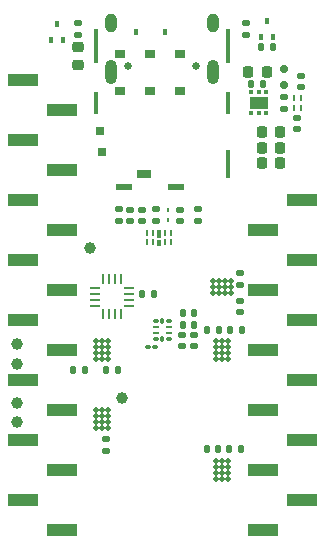
<source format=gbr>
%TF.GenerationSoftware,KiCad,Pcbnew,7.0.9*%
%TF.CreationDate,2024-08-31T12:22:45+08:00*%
%TF.ProjectId,IOT,494f542e-6b69-4636-9164-5f7063625858,rev?*%
%TF.SameCoordinates,Original*%
%TF.FileFunction,Soldermask,Bot*%
%TF.FilePolarity,Negative*%
%FSLAX46Y46*%
G04 Gerber Fmt 4.6, Leading zero omitted, Abs format (unit mm)*
G04 Created by KiCad (PCBNEW 7.0.9) date 2024-08-31 12:22:45*
%MOMM*%
%LPD*%
G01*
G04 APERTURE LIST*
G04 Aperture macros list*
%AMRoundRect*
0 Rectangle with rounded corners*
0 $1 Rounding radius*
0 $2 $3 $4 $5 $6 $7 $8 $9 X,Y pos of 4 corners*
0 Add a 4 corners polygon primitive as box body*
4,1,4,$2,$3,$4,$5,$6,$7,$8,$9,$2,$3,0*
0 Add four circle primitives for the rounded corners*
1,1,$1+$1,$2,$3*
1,1,$1+$1,$4,$5*
1,1,$1+$1,$6,$7*
1,1,$1+$1,$8,$9*
0 Add four rect primitives between the rounded corners*
20,1,$1+$1,$2,$3,$4,$5,0*
20,1,$1+$1,$4,$5,$6,$7,0*
20,1,$1+$1,$6,$7,$8,$9,0*
20,1,$1+$1,$8,$9,$2,$3,0*%
G04 Aperture macros list end*
%ADD10RoundRect,0.225000X0.225000X0.250000X-0.225000X0.250000X-0.225000X-0.250000X0.225000X-0.250000X0*%
%ADD11C,0.474000*%
%ADD12C,0.650000*%
%ADD13O,1.000000X2.100000*%
%ADD14O,1.000000X1.600000*%
%ADD15RoundRect,0.218750X0.256250X-0.218750X0.256250X0.218750X-0.256250X0.218750X-0.256250X-0.218750X0*%
%ADD16RoundRect,0.140000X-0.170000X0.140000X-0.170000X-0.140000X0.170000X-0.140000X0.170000X0.140000X0*%
%ADD17C,1.000000*%
%ADD18RoundRect,0.075000X-0.175000X0.075000X-0.175000X-0.075000X0.175000X-0.075000X0.175000X0.075000X0*%
%ADD19RoundRect,0.062500X-0.187500X0.062500X-0.187500X-0.062500X0.187500X-0.062500X0.187500X0.062500X0*%
%ADD20RoundRect,0.087500X-0.087500X0.162500X-0.087500X-0.162500X0.087500X-0.162500X0.087500X0.162500X0*%
%ADD21RoundRect,0.135000X0.185000X-0.135000X0.185000X0.135000X-0.185000X0.135000X-0.185000X-0.135000X0*%
%ADD22RoundRect,0.140000X0.170000X-0.140000X0.170000X0.140000X-0.170000X0.140000X-0.170000X-0.140000X0*%
%ADD23RoundRect,0.140000X-0.140000X-0.170000X0.140000X-0.170000X0.140000X0.170000X-0.140000X0.170000X0*%
%ADD24RoundRect,0.147500X-0.147500X-0.172500X0.147500X-0.172500X0.147500X0.172500X-0.147500X0.172500X0*%
%ADD25RoundRect,0.100000X0.130000X0.100000X-0.130000X0.100000X-0.130000X-0.100000X0.130000X-0.100000X0*%
%ADD26RoundRect,0.150000X-0.200000X0.150000X-0.200000X-0.150000X0.200000X-0.150000X0.200000X0.150000X0*%
%ADD27R,0.260000X0.600000*%
%ADD28RoundRect,0.135000X0.135000X0.185000X-0.135000X0.185000X-0.135000X-0.185000X0.135000X-0.185000X0*%
%ADD29RoundRect,0.093750X0.106250X-0.093750X0.106250X0.093750X-0.106250X0.093750X-0.106250X-0.093750X0*%
%ADD30R,1.600000X1.000000*%
%ADD31RoundRect,0.135000X-0.185000X0.135000X-0.185000X-0.135000X0.185000X-0.135000X0.185000X0.135000X0*%
%ADD32RoundRect,0.140000X0.140000X0.170000X-0.140000X0.170000X-0.140000X-0.170000X0.140000X-0.170000X0*%
%ADD33R,2.510000X1.000000*%
%ADD34RoundRect,0.062500X0.325000X-0.062500X0.325000X0.062500X-0.325000X0.062500X-0.325000X-0.062500X0*%
%ADD35RoundRect,0.062500X0.062500X-0.325000X0.062500X0.325000X-0.062500X0.325000X-0.062500X-0.325000X0*%
%ADD36R,0.250000X0.625000*%
%ADD37R,0.450000X0.700000*%
%ADD38R,0.450000X0.575000*%
%ADD39R,0.900000X0.700000*%
%ADD40R,0.700000X0.700000*%
%ADD41R,1.200000X0.650000*%
%ADD42R,0.450000X2.400000*%
%ADD43R,0.450000X1.900000*%
%ADD44R,0.450000X2.900000*%
%ADD45R,1.400000X0.500000*%
%ADD46R,0.300000X0.600000*%
%ADD47R,0.750000X0.700000*%
%ADD48RoundRect,0.062500X-0.062500X0.117500X-0.062500X-0.117500X0.062500X-0.117500X0.062500X0.117500X0*%
%ADD49RoundRect,0.135000X-0.135000X-0.185000X0.135000X-0.185000X0.135000X0.185000X-0.135000X0.185000X0*%
%ADD50R,0.400000X0.510000*%
G04 APERTURE END LIST*
D10*
%TO.C,C41*%
X172675000Y-56500000D03*
X171125000Y-56500000D03*
%TD*%
D11*
%TO.C,U4*%
X169410000Y-79256000D03*
X168910000Y-79256000D03*
X168410000Y-79256000D03*
X169410000Y-79756000D03*
X168910000Y-79756000D03*
X168410000Y-79756000D03*
X169410000Y-80256000D03*
X168910000Y-80256000D03*
X168410000Y-80256000D03*
X169410000Y-80756000D03*
X168910000Y-80756000D03*
X168410000Y-80756000D03*
%TD*%
%TO.C,U3*%
X168410000Y-90920000D03*
X168910000Y-90920000D03*
X169410000Y-90920000D03*
X168410000Y-90420000D03*
X168910000Y-90420000D03*
X169410000Y-90420000D03*
X168410000Y-89920000D03*
X168910000Y-89920000D03*
X169410000Y-89920000D03*
X168410000Y-89420000D03*
X168910000Y-89420000D03*
X169410000Y-89420000D03*
%TD*%
%TO.C,U5*%
X159250000Y-85100000D03*
X158750000Y-85100000D03*
X158250000Y-85100000D03*
X159250000Y-85600000D03*
X158750000Y-85600000D03*
X158250000Y-85600000D03*
X159250000Y-86100000D03*
X158750000Y-86100000D03*
X158250000Y-86100000D03*
X159250000Y-86600000D03*
X158750000Y-86600000D03*
X158250000Y-86600000D03*
%TD*%
%TO.C,U6*%
X159250000Y-79260000D03*
X158750000Y-79260000D03*
X158250000Y-79260000D03*
X159250000Y-79760000D03*
X158750000Y-79760000D03*
X158250000Y-79760000D03*
X159250000Y-80260000D03*
X158750000Y-80260000D03*
X158250000Y-80260000D03*
X159250000Y-80760000D03*
X158750000Y-80760000D03*
X158250000Y-80760000D03*
%TD*%
%TO.C,U10*%
X169668000Y-75200000D03*
X169668000Y-74700000D03*
X169668000Y-74200000D03*
X169168000Y-75200000D03*
X169168000Y-74700000D03*
X169168000Y-74200000D03*
X168668000Y-75200000D03*
X168668000Y-74700000D03*
X168668000Y-74200000D03*
X168168000Y-75200000D03*
X168168000Y-74700000D03*
X168168000Y-74200000D03*
%TD*%
D12*
%TO.C,J1*%
X166720000Y-55940000D03*
X160940000Y-55940000D03*
D13*
X168150000Y-56470000D03*
D14*
X168150000Y-52290000D03*
D13*
X159510000Y-56470000D03*
D14*
X159510000Y-52290000D03*
%TD*%
D15*
%TO.C,F3*%
X156718000Y-55905500D03*
X156718000Y-54330500D03*
%TD*%
D16*
%TO.C,C38*%
X170400000Y-73520000D03*
X170400000Y-74480000D03*
%TD*%
D17*
%TO.C,TP7*%
X151511000Y-84455000D03*
%TD*%
D18*
%TO.C,U15*%
X163275000Y-79050000D03*
D19*
X163275000Y-78550000D03*
X163275000Y-78050000D03*
D18*
X163275000Y-77550000D03*
D20*
X163850000Y-77538000D03*
D18*
X164425000Y-77550000D03*
D19*
X164425000Y-78050000D03*
X164425000Y-78550000D03*
D18*
X164425000Y-79050000D03*
D20*
X163850000Y-79062000D03*
%TD*%
D21*
%TO.C,R11*%
X174150000Y-59610000D03*
X174150000Y-58590000D03*
%TD*%
D16*
%TO.C,C1*%
X161100000Y-68120000D03*
X161100000Y-69080000D03*
%TD*%
D22*
%TO.C,C4*%
X166900000Y-69060000D03*
X166900000Y-68100000D03*
%TD*%
D23*
%TO.C,C37*%
X167620000Y-88400000D03*
X168580000Y-88400000D03*
%TD*%
D10*
%TO.C,C19*%
X173825200Y-62941200D03*
X172275200Y-62941200D03*
%TD*%
D22*
%TO.C,C3*%
X165350000Y-69080000D03*
X165350000Y-68120000D03*
%TD*%
D16*
%TO.C,C32*%
X175260000Y-60370000D03*
X175260000Y-61330000D03*
%TD*%
D24*
%TO.C,FB3*%
X165565000Y-77850000D03*
X166535000Y-77850000D03*
%TD*%
D25*
%TO.C,R10*%
X163270000Y-79750000D03*
X162630000Y-79750000D03*
%TD*%
D10*
%TO.C,C20*%
X173825200Y-64185800D03*
X172275200Y-64185800D03*
%TD*%
D17*
%TO.C,TP2*%
X160450000Y-84100000D03*
%TD*%
%TO.C,TP6*%
X157700000Y-71400000D03*
%TD*%
D22*
%TO.C,C29*%
X170400000Y-76780000D03*
X170400000Y-75820000D03*
%TD*%
D26*
%TO.C,D7*%
X174150000Y-57596000D03*
X174150000Y-56196000D03*
%TD*%
D27*
%TO.C,U8*%
X175025000Y-58675000D03*
X175575000Y-58675000D03*
X175575000Y-59525000D03*
X175025000Y-59525000D03*
%TD*%
D22*
%TO.C,C34*%
X159100000Y-88530000D03*
X159100000Y-87570000D03*
%TD*%
D10*
%TO.C,C21*%
X173825200Y-61569600D03*
X172275200Y-61569600D03*
%TD*%
D28*
%TO.C,R15*%
X173230000Y-54356000D03*
X172210000Y-54356000D03*
%TD*%
D29*
%TO.C,U13*%
X172646000Y-59965500D03*
X171996000Y-59965500D03*
X171346000Y-59965500D03*
X171346000Y-58190500D03*
X171996000Y-58190500D03*
X172646000Y-58190500D03*
D30*
X171996000Y-59078000D03*
%TD*%
D31*
%TO.C,R8*%
X160150000Y-68090000D03*
X160150000Y-69110000D03*
%TD*%
D21*
%TO.C,R7*%
X163322000Y-69110000D03*
X163322000Y-68090000D03*
%TD*%
D32*
%TO.C,C30*%
X170580000Y-78300000D03*
X169620000Y-78300000D03*
%TD*%
D21*
%TO.C,R19*%
X170942000Y-53344000D03*
X170942000Y-52324000D03*
%TD*%
D33*
%TO.C,J3*%
X152015000Y-57150000D03*
X155325000Y-59690000D03*
X152015000Y-62230000D03*
X155325000Y-64770000D03*
X152015000Y-67310000D03*
X155325000Y-69850000D03*
X152015000Y-72390000D03*
X155325000Y-74930000D03*
X152015000Y-77470000D03*
X155325000Y-80010000D03*
X152015000Y-82550000D03*
X155325000Y-85090000D03*
X152015000Y-87630000D03*
X155325000Y-90170000D03*
X152015000Y-92710000D03*
X155325000Y-95250000D03*
%TD*%
D16*
%TO.C,C25*%
X166550000Y-78720000D03*
X166550000Y-79680000D03*
%TD*%
D34*
%TO.C,U7*%
X161062500Y-76250000D03*
X161062500Y-75750000D03*
X161062500Y-75250000D03*
X161062500Y-74750000D03*
D35*
X160350000Y-74037500D03*
X159850000Y-74037500D03*
X159350000Y-74037500D03*
X158850000Y-74037500D03*
D34*
X158137500Y-74750000D03*
X158137500Y-75250000D03*
X158137500Y-75750000D03*
X158137500Y-76250000D03*
D35*
X158850000Y-76962500D03*
X159350000Y-76962500D03*
X159850000Y-76962500D03*
X160350000Y-76962500D03*
%TD*%
D23*
%TO.C,C33*%
X167670000Y-78300000D03*
X168630000Y-78300000D03*
%TD*%
D32*
%TO.C,C26*%
X166530000Y-76900000D03*
X165570000Y-76900000D03*
%TD*%
D36*
%TO.C,U12*%
X162576000Y-70112500D03*
X163076000Y-70112500D03*
D37*
X163576000Y-70150000D03*
D36*
X164076000Y-70112500D03*
X164576000Y-70112500D03*
X164576000Y-70887500D03*
X164076000Y-70887500D03*
D38*
X163576000Y-70912500D03*
D36*
X163076000Y-70887500D03*
X162576000Y-70887500D03*
%TD*%
D33*
%TO.C,J2*%
X175645000Y-67310000D03*
X172335000Y-69850000D03*
X175645000Y-72390000D03*
X172335000Y-74930000D03*
X175645000Y-77470000D03*
X172335000Y-80010000D03*
X175645000Y-82550000D03*
X172335000Y-85090000D03*
X175645000Y-87630000D03*
X172335000Y-90170000D03*
X175645000Y-92710000D03*
X172335000Y-95250000D03*
%TD*%
D17*
%TO.C,TP8*%
X151511000Y-86106000D03*
%TD*%
D39*
%TO.C,J4*%
X165354000Y-54944000D03*
X162814000Y-54944000D03*
X160274000Y-54944000D03*
X165354000Y-58114000D03*
X162814000Y-58114000D03*
X160274000Y-58114000D03*
D40*
X158544000Y-61444000D03*
D41*
X162264000Y-65119000D03*
D42*
X169369000Y-64244000D03*
D43*
X169369000Y-59094000D03*
D44*
X169369000Y-54244000D03*
D45*
X165014000Y-66194000D03*
D46*
X164034000Y-53094000D03*
X161594000Y-53094000D03*
D45*
X160594000Y-66194000D03*
D47*
X158719000Y-63244000D03*
D43*
X158219000Y-59094000D03*
D44*
X158219000Y-54244000D03*
%TD*%
D22*
%TO.C,C28*%
X175600000Y-57780000D03*
X175600000Y-56820000D03*
%TD*%
D48*
%TO.C,D2*%
X164338000Y-69020000D03*
X164338000Y-68180000D03*
%TD*%
D49*
%TO.C,R9*%
X171340000Y-57500000D03*
X172360000Y-57500000D03*
%TD*%
D17*
%TO.C,TP5*%
X151511000Y-81153000D03*
%TD*%
%TO.C,TP4*%
X151511000Y-79502000D03*
%TD*%
D16*
%TO.C,C2*%
X162150000Y-68120000D03*
X162150000Y-69080000D03*
%TD*%
D50*
%TO.C,Q3*%
X173220000Y-53477000D03*
X172220000Y-53477000D03*
X172720000Y-52187000D03*
%TD*%
D32*
%TO.C,C27*%
X160080000Y-81700000D03*
X159120000Y-81700000D03*
%TD*%
%TO.C,C31*%
X170480000Y-88400000D03*
X169520000Y-88400000D03*
%TD*%
D50*
%TO.C,Q2*%
X155440000Y-53731000D03*
X154440000Y-53731000D03*
X154940000Y-52441000D03*
%TD*%
D21*
%TO.C,R20*%
X156718000Y-53342000D03*
X156718000Y-52322000D03*
%TD*%
D32*
%TO.C,C35*%
X163130000Y-75250000D03*
X162170000Y-75250000D03*
%TD*%
D16*
%TO.C,C24*%
X165550000Y-78720000D03*
X165550000Y-79680000D03*
%TD*%
D23*
%TO.C,C39*%
X156320000Y-81700000D03*
X157280000Y-81700000D03*
%TD*%
M02*

</source>
